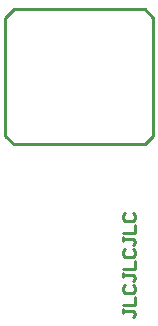
<source format=gto>
G04*
G04 #@! TF.GenerationSoftware,Altium Limited,Altium Designer,23.8.1 (32)*
G04*
G04 Layer_Color=65535*
%FSLAX25Y25*%
%MOIN*%
G70*
G04*
G04 #@! TF.SameCoordinates,4B8C02A6-DD82-47D5-92E1-CEE89DD6B1A8*
G04*
G04*
G04 #@! TF.FilePolarity,Positive*
G04*
G01*
G75*
%ADD10C,0.01000*%
D10*
X-21822Y22469D02*
X21822D01*
X-21822Y-22469D02*
X21822D01*
X-24606Y19685D02*
X-21822Y22469D01*
X21822D02*
X24606Y19685D01*
X-24606Y-19685D02*
X-21822Y-22469D01*
X21822D02*
X24606Y-19685D01*
X-24606D02*
Y19685D01*
X24606Y-19685D02*
Y19685D01*
X14501Y-77348D02*
Y-78681D01*
Y-78014D01*
X17833D01*
X18500Y-78681D01*
Y-79347D01*
X17833Y-80014D01*
X14501Y-76015D02*
X18500D01*
Y-73349D01*
X15168Y-69350D02*
X14501Y-70017D01*
Y-71350D01*
X15168Y-72016D01*
X17833D01*
X18500Y-71350D01*
Y-70017D01*
X17833Y-69350D01*
X14501Y-65352D02*
Y-66685D01*
Y-66018D01*
X17833D01*
X18500Y-66685D01*
Y-67351D01*
X17833Y-68018D01*
X14501Y-64019D02*
X18500D01*
Y-61353D01*
X15168Y-57354D02*
X14501Y-58021D01*
Y-59354D01*
X15168Y-60020D01*
X17833D01*
X18500Y-59354D01*
Y-58021D01*
X17833Y-57354D01*
X14501Y-53356D02*
Y-54689D01*
Y-54022D01*
X17833D01*
X18500Y-54689D01*
Y-55355D01*
X17833Y-56021D01*
X14501Y-52023D02*
X18500D01*
Y-49357D01*
X15168Y-45358D02*
X14501Y-46025D01*
Y-47357D01*
X15168Y-48024D01*
X17833D01*
X18500Y-47357D01*
Y-46025D01*
X17833Y-45358D01*
M02*

</source>
